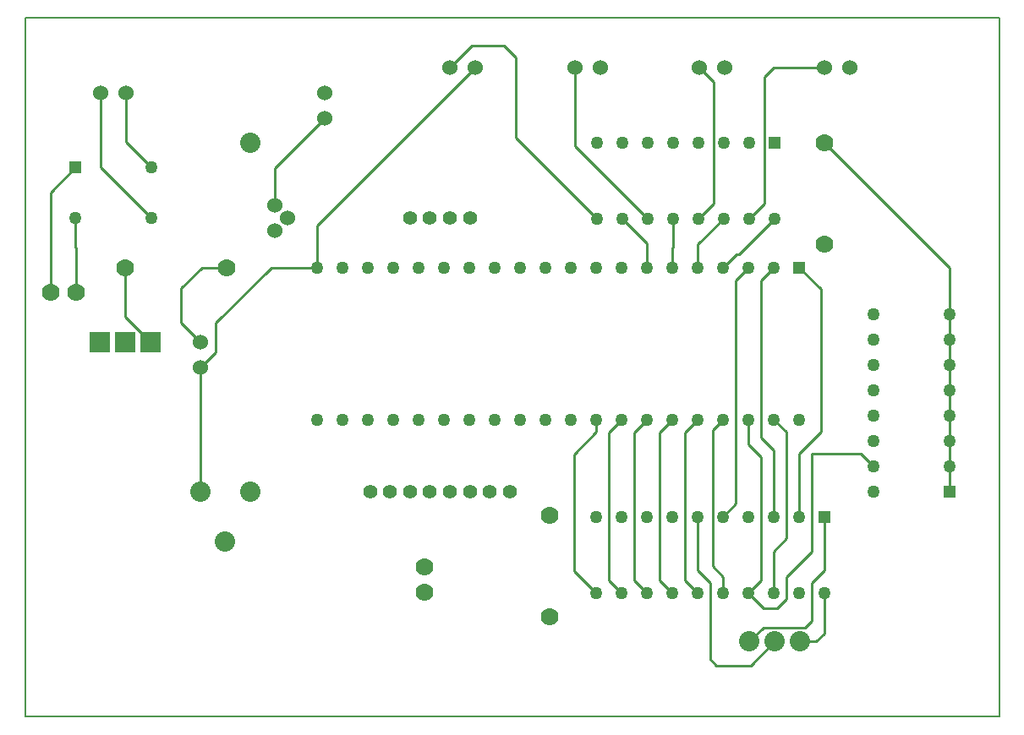
<source format=gbr>
G04 PROTEUS GERBER X2 FILE*
%TF.GenerationSoftware,Labcenter,Proteus,8.12-SP0-Build30713*%
%TF.CreationDate,2021-06-08T09:13:02+00:00*%
%TF.FileFunction,Copper,L2,Bot*%
%TF.FilePolarity,Positive*%
%TF.Part,Single*%
%TF.SameCoordinates,{86e273a1-3906-477b-930b-e3e2f8447d5b}*%
%FSLAX45Y45*%
%MOMM*%
G01*
%TA.AperFunction,Conductor*%
%ADD10C,0.254000*%
%TA.AperFunction,WasherPad*%
%ADD11C,1.524000*%
%TA.AperFunction,ComponentPad*%
%ADD12R,1.270000X1.270000*%
%ADD13C,1.270000*%
%TA.AperFunction,ComponentPad*%
%ADD14C,1.778000*%
%TA.AperFunction,ComponentPad*%
%ADD15R,2.032000X2.032000*%
%ADD16C,1.524000*%
%TA.AperFunction,ComponentPad*%
%ADD17C,2.032000*%
%TA.AperFunction,WasherPad*%
%ADD18C,1.397000*%
%TA.AperFunction,Profile*%
%ADD19C,0.203200*%
%TD.AperFunction*%
D10*
X-6507999Y+4988000D02*
X-6508000Y+4988000D01*
X-6504000Y+6726000D02*
X-6503999Y+6726000D01*
X-5512000Y+6254000D02*
X-5512000Y+6253999D01*
X-6761999Y+4988000D02*
X-6762000Y+4988000D01*
X-6758000Y+6726000D02*
X-6757999Y+6726000D01*
X-7015999Y+4988000D02*
X-7016000Y+4988000D01*
X-7012000Y+6726000D02*
X-7011999Y+6726000D01*
X-7265999Y+6726000D02*
X-7266000Y+6726000D01*
X-7519999Y+6726000D02*
X-7520000Y+6726000D01*
X-7773999Y+6726000D02*
X-7774000Y+6726000D01*
X-8027999Y+6726000D02*
X-8028000Y+6726000D01*
X-8281999Y+6726000D02*
X-8282000Y+6726000D01*
X-6500000Y+8738000D02*
X-6856000Y+8382000D01*
X-6880000Y+8382000D01*
X-7012000Y+8250000D01*
X-7266000Y+8250000D02*
X-7266000Y+8479999D01*
X-7008000Y+8738000D01*
X-7007999Y+8738000D01*
X-7520000Y+8250000D02*
X-7520000Y+8445500D01*
X-7515999Y+8449501D01*
X-7516000Y+8738000D01*
X-7515999Y+8738000D01*
X-7774000Y+8250000D02*
X-7774000Y+8488000D01*
X-8024000Y+8738000D01*
X-4750000Y+7778000D02*
X-4750000Y+8250000D01*
X-6000000Y+9500000D01*
X-4750000Y+6000000D02*
X-4750000Y+6254000D01*
X-4750000Y+6508000D01*
X-4750000Y+7270000D02*
X-4750000Y+7524000D01*
X-4750000Y+7778000D01*
X-4750000Y+6762000D02*
X-4750000Y+7016000D01*
X-4750000Y+7270000D01*
X-4750000Y+6508000D02*
X-4750000Y+6762000D01*
X-6753999Y+8738000D02*
X-6754000Y+8738000D01*
X-7261999Y+8738000D02*
X-7262000Y+8738000D01*
X-13750000Y+8000000D02*
X-13750000Y+9000000D01*
X-13500000Y+9250000D01*
X-12738000Y+8742000D02*
X-12738000Y+8742001D01*
X-13496000Y+8000000D02*
X-13496000Y+8445500D01*
X-13500000Y+8449500D01*
X-13500000Y+8742000D01*
X-6754000Y+8738000D02*
X-6604000Y+8887999D01*
X-6604000Y+10156000D01*
X-6510000Y+10250000D01*
X-6000000Y+10250000D01*
X-7262000Y+8738000D02*
X-7112000Y+8887999D01*
X-7112000Y+10112000D01*
X-7250000Y+10250000D01*
X-7770000Y+8738000D02*
X-8500000Y+9468000D01*
X-8500000Y+10250000D01*
X-9750000Y+10250000D02*
X-9526500Y+10473500D01*
X-9207500Y+10473500D01*
X-9086704Y+10352704D01*
X-9086704Y+9546704D01*
X-8278000Y+8738000D01*
X-11076000Y+8250000D02*
X-11076000Y+8670000D01*
X-9496000Y+10250000D01*
X-6762000Y+4988000D02*
X-6607999Y+4834000D01*
X-6477000Y+4834000D01*
X-6380999Y+4930001D01*
X-6380999Y+5151500D01*
X-6127000Y+5405499D01*
X-6127000Y+6380999D01*
X-5639000Y+6380999D01*
X-5512000Y+6254000D01*
X-6762000Y+4988000D02*
X-6634999Y+5115000D01*
X-6634999Y+6350000D01*
X-6757999Y+6473000D01*
X-6758000Y+6726000D01*
X-7016000Y+4988000D02*
X-7015999Y+5151500D01*
X-7121150Y+5256651D01*
X-7121150Y+6616849D01*
X-7012000Y+6726000D01*
X-7266000Y+6726000D02*
X-7397000Y+6594999D01*
X-7397000Y+5115000D01*
X-7270000Y+4988000D01*
X-7520000Y+6726000D02*
X-7651000Y+6594999D01*
X-7651000Y+5115000D01*
X-7524000Y+4988000D01*
X-7774000Y+6726000D02*
X-7905000Y+6594999D01*
X-7905000Y+5115000D01*
X-7778000Y+4988000D01*
X-8028000Y+6726000D02*
X-8159000Y+6594999D01*
X-8159000Y+5115000D01*
X-8032000Y+4988000D01*
X-8282000Y+6726000D02*
X-8281999Y+6604000D01*
X-8509000Y+6376999D01*
X-8509000Y+5211000D01*
X-8286000Y+4988000D01*
X-6250000Y+8250000D02*
X-6032500Y+8032500D01*
X-6032500Y+6604000D01*
X-6254000Y+6382500D01*
X-6254000Y+5750000D01*
X-6504000Y+8250000D02*
X-6630999Y+8123001D01*
X-6630999Y+6540500D01*
X-6508000Y+6417501D01*
X-6508000Y+5750000D01*
X-6758000Y+8250000D02*
X-6884999Y+8123001D01*
X-6884999Y+5881001D01*
X-7016000Y+5750000D01*
X-6504000Y+6726000D02*
X-6378999Y+6601000D01*
X-6378999Y+5534500D01*
X-6507999Y+5405500D01*
X-6508000Y+4988000D01*
X-6000000Y+4988000D02*
X-6000000Y+4580000D01*
X-6080000Y+4500000D01*
X-6246000Y+4500000D01*
X-7270000Y+5750000D02*
X-7270000Y+5215000D01*
X-7142999Y+5087999D01*
X-7142999Y+4326000D01*
X-7079499Y+4262500D01*
X-6737500Y+4262500D01*
X-6500000Y+4500000D01*
X-6000000Y+5750000D02*
X-6000000Y+5215000D01*
X-6126999Y+5088001D01*
X-6126999Y+4707000D01*
X-6190499Y+4643500D01*
X-6610500Y+4643500D01*
X-6754000Y+4500000D01*
X-11984000Y+8250000D02*
X-12234000Y+8250000D01*
X-12442000Y+8042000D01*
X-12442000Y+7692000D01*
X-12250000Y+7500000D01*
X-11076000Y+8250000D02*
X-11535321Y+8250000D01*
X-12092105Y+7693216D01*
X-12092105Y+7403895D01*
X-12250000Y+7246000D01*
X-12250000Y+6000000D02*
X-12250000Y+7246000D01*
X-13000000Y+8250000D02*
X-13000000Y+7757758D01*
X-12746000Y+7503758D01*
X-12746000Y+7500000D01*
X-11500000Y+8877000D02*
X-11500000Y+9246000D01*
X-11000000Y+9746000D01*
X-12996000Y+10000000D02*
X-12996000Y+9508000D01*
X-12738000Y+9250000D01*
X-13250000Y+10000000D02*
X-13250000Y+9254001D01*
X-12738000Y+8742000D01*
D11*
X-13250000Y+10000000D03*
X-12996000Y+10000000D03*
D12*
X-13500000Y+9250000D03*
D13*
X-13500000Y+8742000D03*
X-12738000Y+9250000D03*
X-12738000Y+8742000D03*
D14*
X-13750000Y+8000000D03*
X-13496000Y+8000000D03*
D15*
X-13254000Y+7500000D03*
X-13000000Y+7500000D03*
X-12746000Y+7500000D03*
D14*
X-13000000Y+8250000D03*
X-11984000Y+8250000D03*
D11*
X-12250000Y+7500000D03*
X-12250000Y+7246000D03*
D12*
X-6250000Y+8250000D03*
D13*
X-6504000Y+8250000D03*
X-6758000Y+8250000D03*
X-7012000Y+8250000D03*
X-7266000Y+8250000D03*
X-7520000Y+8250000D03*
X-7774000Y+8250000D03*
X-8028000Y+8250000D03*
X-8282000Y+8250000D03*
X-8536000Y+8250000D03*
X-8790000Y+8250000D03*
X-9044000Y+8250000D03*
X-9298000Y+8250000D03*
X-9552000Y+8250000D03*
X-9806000Y+8250000D03*
X-10060000Y+8250000D03*
X-10314000Y+8250000D03*
X-10568000Y+8250000D03*
X-10822000Y+8250000D03*
X-11076000Y+8250000D03*
X-11076000Y+6726000D03*
X-10822000Y+6726000D03*
X-10568000Y+6726000D03*
X-10314000Y+6726000D03*
X-10060000Y+6726000D03*
X-9806000Y+6726000D03*
X-9552000Y+6726000D03*
X-9298000Y+6726000D03*
X-9044000Y+6726000D03*
X-8790000Y+6726000D03*
X-8536000Y+6726000D03*
X-8282000Y+6726000D03*
X-8028000Y+6726000D03*
X-7774000Y+6726000D03*
X-7520000Y+6726000D03*
X-7266000Y+6726000D03*
X-7012000Y+6726000D03*
X-6758000Y+6726000D03*
X-6504000Y+6726000D03*
X-6250000Y+6726000D03*
D16*
X-11500000Y+8877000D03*
X-11373000Y+8750000D03*
X-11500000Y+8623000D03*
D11*
X-11000000Y+10000000D03*
X-11000000Y+9746000D03*
D17*
X-11750000Y+9500000D03*
D12*
X-6000000Y+5750000D03*
D13*
X-6254000Y+5750000D03*
X-6508000Y+5750000D03*
X-6762000Y+5750000D03*
X-7016000Y+5750000D03*
X-7270000Y+5750000D03*
X-7524000Y+5750000D03*
X-7778000Y+5750000D03*
X-8032000Y+5750000D03*
X-8286000Y+5750000D03*
X-8286000Y+4988000D03*
X-8032000Y+4988000D03*
X-7778000Y+4988000D03*
X-7524000Y+4988000D03*
X-7270000Y+4988000D03*
X-7016000Y+4988000D03*
X-6762000Y+4988000D03*
X-6508000Y+4988000D03*
X-6254000Y+4988000D03*
X-6000000Y+4988000D03*
D12*
X-4750000Y+6000000D03*
D13*
X-4750000Y+6254000D03*
X-4750000Y+6508000D03*
X-4750000Y+6762000D03*
X-4750000Y+7016000D03*
X-4750000Y+7270000D03*
X-4750000Y+7524000D03*
X-4750000Y+7778000D03*
X-5512000Y+7778000D03*
X-5512000Y+7524000D03*
X-5512000Y+7270000D03*
X-5512000Y+7016000D03*
X-5512000Y+6762000D03*
X-5512000Y+6508000D03*
X-5512000Y+6254000D03*
X-5512000Y+6000000D03*
D12*
X-6500000Y+9500000D03*
D13*
X-6754000Y+9500000D03*
X-7008000Y+9500000D03*
X-7262000Y+9500000D03*
X-7516000Y+9500000D03*
X-7770000Y+9500000D03*
X-8024000Y+9500000D03*
X-8278000Y+9500000D03*
X-8278000Y+8738000D03*
X-8024000Y+8738000D03*
X-7770000Y+8738000D03*
X-7516000Y+8738000D03*
X-7262000Y+8738000D03*
X-7008000Y+8738000D03*
X-6754000Y+8738000D03*
X-6500000Y+8738000D03*
D11*
X-6000000Y+10250000D03*
X-5746000Y+10250000D03*
X-7250000Y+10250000D03*
X-6996000Y+10250000D03*
X-8500000Y+10250000D03*
X-8246000Y+10250000D03*
X-9750000Y+10250000D03*
X-9496000Y+10250000D03*
D14*
X-8750000Y+4750000D03*
X-8750000Y+5766000D03*
X-10000000Y+5250000D03*
X-10000000Y+4996000D03*
D17*
X-12250000Y+6000000D03*
X-12000000Y+5500000D03*
X-11750000Y+6000000D03*
D14*
X-6000000Y+9500000D03*
X-6000000Y+8484000D03*
D17*
X-6246000Y+4500000D03*
X-6500000Y+4500000D03*
X-6754000Y+4500000D03*
D18*
X-10550000Y+6000000D03*
X-10350000Y+6000000D03*
X-10150000Y+6000000D03*
X-9950000Y+6000000D03*
X-9750000Y+6000000D03*
X-9550000Y+6000000D03*
X-9350000Y+6000000D03*
X-9150000Y+6000000D03*
X-9550000Y+8750000D03*
X-9750000Y+8750000D03*
X-9950000Y+8750000D03*
X-10150000Y+8750000D03*
D19*
X-14000000Y+3750000D02*
X-4250000Y+3750000D01*
X-4250000Y+10750000D01*
X-14000000Y+10750000D01*
X-14000000Y+3750000D01*
M02*

</source>
